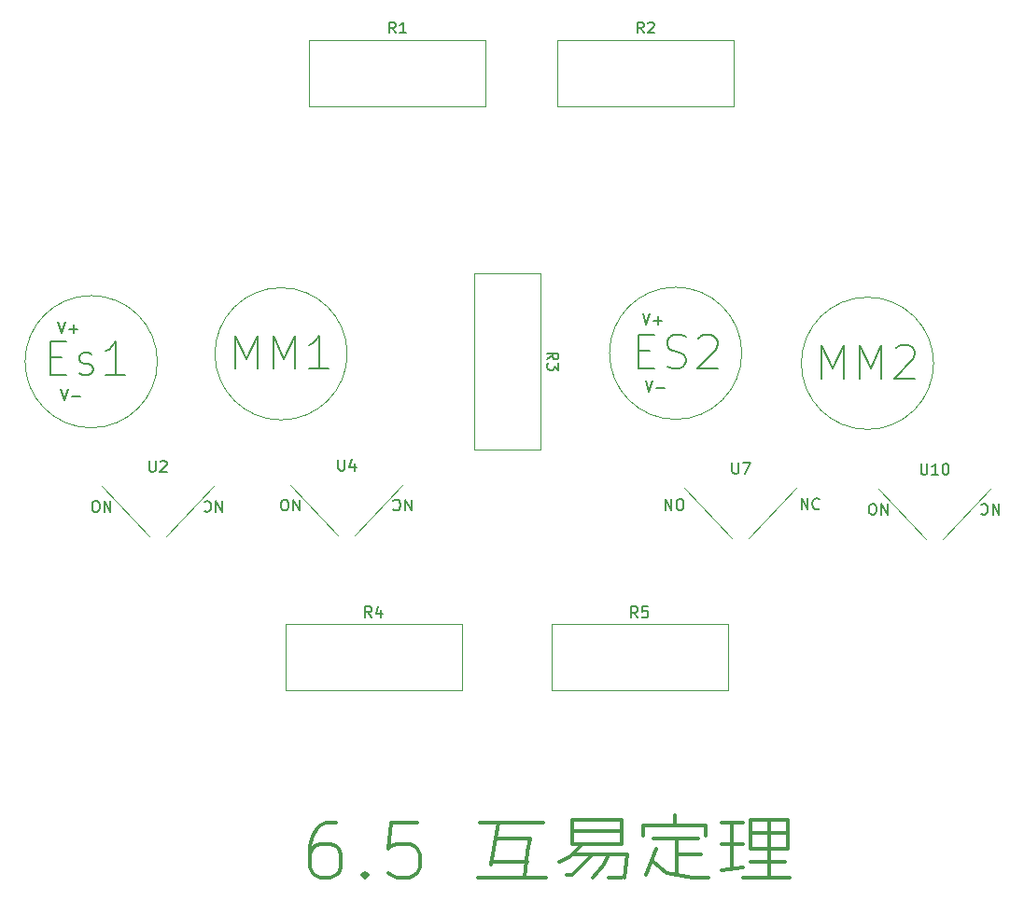
<source format=gbr>
%TF.GenerationSoftware,KiCad,Pcbnew,(6.0.7)*%
%TF.CreationDate,2022-09-05T15:07:55+08:00*%
%TF.ProjectId,6_5,365f352e-6b69-4636-9164-5f7063625858,rev?*%
%TF.SameCoordinates,Original*%
%TF.FileFunction,Legend,Top*%
%TF.FilePolarity,Positive*%
%FSLAX46Y46*%
G04 Gerber Fmt 4.6, Leading zero omitted, Abs format (unit mm)*
G04 Created by KiCad (PCBNEW (6.0.7)) date 2022-09-05 15:07:55*
%MOMM*%
%LPD*%
G01*
G04 APERTURE LIST*
%ADD10C,0.300000*%
%ADD11C,0.150000*%
%ADD12C,0.120000*%
G04 APERTURE END LIST*
D10*
X51732685Y-98963504D02*
X50780304Y-98963504D01*
X50304114Y-99201600D01*
X50066019Y-99439695D01*
X49589828Y-100153980D01*
X49351733Y-101106361D01*
X49351733Y-103011123D01*
X49589828Y-103487314D01*
X49827923Y-103725409D01*
X50304114Y-103963504D01*
X51256495Y-103963504D01*
X51732685Y-103725409D01*
X51970780Y-103487314D01*
X52208876Y-103011123D01*
X52208876Y-101820647D01*
X51970780Y-101344457D01*
X51732685Y-101106361D01*
X51256495Y-100868266D01*
X50304114Y-100868266D01*
X49827923Y-101106361D01*
X49589828Y-101344457D01*
X49351733Y-101820647D01*
X54351733Y-103487314D02*
X54589828Y-103725409D01*
X54351733Y-103963504D01*
X54113638Y-103725409D01*
X54351733Y-103487314D01*
X54351733Y-103963504D01*
X59113638Y-98963504D02*
X56732685Y-98963504D01*
X56494590Y-101344457D01*
X56732685Y-101106361D01*
X57208876Y-100868266D01*
X58399352Y-100868266D01*
X58875542Y-101106361D01*
X59113638Y-101344457D01*
X59351733Y-101820647D01*
X59351733Y-103011123D01*
X59113638Y-103487314D01*
X58875542Y-103725409D01*
X58399352Y-103963504D01*
X57208876Y-103963504D01*
X56732685Y-103725409D01*
X56494590Y-103487314D01*
X64827923Y-98963504D02*
X70542209Y-98963504D01*
X65780304Y-102534933D02*
X69113638Y-102534933D01*
X64589828Y-103963504D02*
X70780304Y-103963504D01*
X66494590Y-98963504D02*
X65780304Y-102773028D01*
X66256495Y-100392076D02*
X69351733Y-100392076D01*
X69113638Y-101582552D01*
X68875542Y-103963504D01*
X73161257Y-99677790D02*
X77685066Y-99677790D01*
X73161257Y-100868266D02*
X77685066Y-100868266D01*
X76494590Y-103963504D02*
X77685066Y-103963504D01*
X73161257Y-98725409D02*
X73161257Y-100868266D01*
X73161257Y-98725409D02*
X77685066Y-98725409D01*
X77685066Y-100868266D01*
X75066019Y-101820647D02*
X73161257Y-103725409D01*
X72685066Y-103725409D01*
X73161257Y-101820647D02*
X78161257Y-101820647D01*
X77923161Y-103963504D01*
X74113638Y-100868266D02*
X72923161Y-102058742D01*
X71970780Y-102534933D01*
X76494590Y-101820647D02*
X76018400Y-102773028D01*
X75066019Y-103963504D01*
X80542209Y-100392076D02*
X84589828Y-100392076D01*
X82923161Y-101820647D02*
X84827923Y-101820647D01*
X79589828Y-99201600D02*
X79589828Y-100153980D01*
X82685066Y-100392076D02*
X82685066Y-103725409D01*
X79589828Y-99201600D02*
X85304114Y-99201600D01*
X85304114Y-100153980D01*
X82446971Y-98249219D02*
X82446971Y-99201600D01*
X80780304Y-101344457D02*
X79827923Y-103725409D01*
X80542209Y-102534933D02*
X81732685Y-103487314D01*
X84113638Y-103963504D01*
X85542209Y-103963504D01*
X86732685Y-98963504D02*
X88637447Y-98963504D01*
X89351733Y-99915885D02*
X92685066Y-99915885D01*
X86732685Y-100868266D02*
X88637447Y-100868266D01*
X89351733Y-101344457D02*
X92685066Y-101344457D01*
X89351733Y-102534933D02*
X92446971Y-102534933D01*
X88637447Y-103963504D02*
X92923161Y-103963504D01*
X87685066Y-98963504D02*
X87685066Y-103011123D01*
X89351733Y-98725409D02*
X89351733Y-101344457D01*
X91018400Y-98725409D02*
X91018400Y-103963504D01*
X89351733Y-98725409D02*
X92685066Y-98725409D01*
X92685066Y-101344457D01*
X88637447Y-103011123D02*
X86732685Y-103249219D01*
D11*
%TO.C,ES2*%
X79202400Y-56125714D02*
X80202400Y-56125714D01*
X80630971Y-57697142D02*
X79202400Y-57697142D01*
X79202400Y-54697142D01*
X80630971Y-54697142D01*
X81773828Y-57554285D02*
X82202400Y-57697142D01*
X82916685Y-57697142D01*
X83202400Y-57554285D01*
X83345257Y-57411428D01*
X83488114Y-57125714D01*
X83488114Y-56840000D01*
X83345257Y-56554285D01*
X83202400Y-56411428D01*
X82916685Y-56268571D01*
X82345257Y-56125714D01*
X82059542Y-55982857D01*
X81916685Y-55840000D01*
X81773828Y-55554285D01*
X81773828Y-55268571D01*
X81916685Y-54982857D01*
X82059542Y-54840000D01*
X82345257Y-54697142D01*
X83059542Y-54697142D01*
X83488114Y-54840000D01*
X84630971Y-54982857D02*
X84773828Y-54840000D01*
X85059542Y-54697142D01*
X85773828Y-54697142D01*
X86059542Y-54840000D01*
X86202400Y-54982857D01*
X86345257Y-55268571D01*
X86345257Y-55554285D01*
X86202400Y-55982857D01*
X84488114Y-57697142D01*
X86345257Y-57697142D01*
X79565619Y-52744380D02*
X79898952Y-53744380D01*
X80232285Y-52744380D01*
X80565619Y-53363428D02*
X81327523Y-53363428D01*
X80946571Y-53744380D02*
X80946571Y-52982476D01*
X79819619Y-58840380D02*
X80152952Y-59840380D01*
X80486285Y-58840380D01*
X80819619Y-59459428D02*
X81581523Y-59459428D01*
%TO.C,U7*%
X87680895Y-66259980D02*
X87680895Y-67069504D01*
X87728514Y-67164742D01*
X87776133Y-67212361D01*
X87871371Y-67259980D01*
X88061847Y-67259980D01*
X88157085Y-67212361D01*
X88204704Y-67164742D01*
X88252323Y-67069504D01*
X88252323Y-66259980D01*
X88633276Y-66259980D02*
X89299942Y-66259980D01*
X88871371Y-67259980D01*
X81613476Y-70584580D02*
X81613476Y-69584580D01*
X82184904Y-70584580D01*
X82184904Y-69584580D01*
X82851571Y-69584580D02*
X83042047Y-69584580D01*
X83137285Y-69632200D01*
X83232523Y-69727438D01*
X83280142Y-69917914D01*
X83280142Y-70251247D01*
X83232523Y-70441723D01*
X83137285Y-70536961D01*
X83042047Y-70584580D01*
X82851571Y-70584580D01*
X82756333Y-70536961D01*
X82661095Y-70441723D01*
X82613476Y-70251247D01*
X82613476Y-69917914D01*
X82661095Y-69727438D01*
X82756333Y-69632200D01*
X82851571Y-69584580D01*
X93956285Y-70508380D02*
X93956285Y-69508380D01*
X94527714Y-70508380D01*
X94527714Y-69508380D01*
X95575333Y-70413142D02*
X95527714Y-70460761D01*
X95384857Y-70508380D01*
X95289619Y-70508380D01*
X95146761Y-70460761D01*
X95051523Y-70365523D01*
X95003904Y-70270285D01*
X94956285Y-70079809D01*
X94956285Y-69936952D01*
X95003904Y-69746476D01*
X95051523Y-69651238D01*
X95146761Y-69556000D01*
X95289619Y-69508380D01*
X95384857Y-69508380D01*
X95527714Y-69556000D01*
X95575333Y-69603619D01*
%TO.C,MM1*%
X42618542Y-57747942D02*
X42618542Y-54747942D01*
X43618542Y-56890800D01*
X44618542Y-54747942D01*
X44618542Y-57747942D01*
X46047114Y-57747942D02*
X46047114Y-54747942D01*
X47047114Y-56890800D01*
X48047114Y-54747942D01*
X48047114Y-57747942D01*
X51047114Y-57747942D02*
X49332828Y-57747942D01*
X50189971Y-57747942D02*
X50189971Y-54747942D01*
X49904257Y-55176514D01*
X49618542Y-55462228D01*
X49332828Y-55605085D01*
%TO.C,R1*%
X57161133Y-27274780D02*
X56827800Y-26798590D01*
X56589704Y-27274780D02*
X56589704Y-26274780D01*
X56970657Y-26274780D01*
X57065895Y-26322400D01*
X57113514Y-26370019D01*
X57161133Y-26465257D01*
X57161133Y-26608114D01*
X57113514Y-26703352D01*
X57065895Y-26750971D01*
X56970657Y-26798590D01*
X56589704Y-26798590D01*
X58113514Y-27274780D02*
X57542085Y-27274780D01*
X57827800Y-27274780D02*
X57827800Y-26274780D01*
X57732561Y-26417638D01*
X57637323Y-26512876D01*
X57542085Y-26560495D01*
%TO.C,R4*%
X54971133Y-80332580D02*
X54637800Y-79856390D01*
X54399704Y-80332580D02*
X54399704Y-79332580D01*
X54780657Y-79332580D01*
X54875895Y-79380200D01*
X54923514Y-79427819D01*
X54971133Y-79523057D01*
X54971133Y-79665914D01*
X54923514Y-79761152D01*
X54875895Y-79808771D01*
X54780657Y-79856390D01*
X54399704Y-79856390D01*
X55828276Y-79665914D02*
X55828276Y-80332580D01*
X55590180Y-79284961D02*
X55352085Y-79999247D01*
X55971133Y-79999247D01*
%TO.C,U10*%
X104792704Y-66361580D02*
X104792704Y-67171104D01*
X104840323Y-67266342D01*
X104887942Y-67313961D01*
X104983180Y-67361580D01*
X105173657Y-67361580D01*
X105268895Y-67313961D01*
X105316514Y-67266342D01*
X105364133Y-67171104D01*
X105364133Y-66361580D01*
X106364133Y-67361580D02*
X105792704Y-67361580D01*
X106078419Y-67361580D02*
X106078419Y-66361580D01*
X105983180Y-66504438D01*
X105887942Y-66599676D01*
X105792704Y-66647295D01*
X106983180Y-66361580D02*
X107078419Y-66361580D01*
X107173657Y-66409200D01*
X107221276Y-66456819D01*
X107268895Y-66552057D01*
X107316514Y-66742533D01*
X107316514Y-66980628D01*
X107268895Y-67171104D01*
X107221276Y-67266342D01*
X107173657Y-67313961D01*
X107078419Y-67361580D01*
X106983180Y-67361580D01*
X106887942Y-67313961D01*
X106840323Y-67266342D01*
X106792704Y-67171104D01*
X106745085Y-66980628D01*
X106745085Y-66742533D01*
X106792704Y-66552057D01*
X106840323Y-66456819D01*
X106887942Y-66409200D01*
X106983180Y-66361580D01*
X101749123Y-70007219D02*
X101749123Y-71007219D01*
X101177695Y-70007219D01*
X101177695Y-71007219D01*
X100511028Y-71007219D02*
X100320552Y-71007219D01*
X100225314Y-70959600D01*
X100130076Y-70864361D01*
X100082457Y-70673885D01*
X100082457Y-70340552D01*
X100130076Y-70150076D01*
X100225314Y-70054838D01*
X100320552Y-70007219D01*
X100511028Y-70007219D01*
X100606266Y-70054838D01*
X100701504Y-70150076D01*
X100749123Y-70340552D01*
X100749123Y-70673885D01*
X100701504Y-70864361D01*
X100606266Y-70959600D01*
X100511028Y-71007219D01*
X111885314Y-70007219D02*
X111885314Y-71007219D01*
X111313885Y-70007219D01*
X111313885Y-71007219D01*
X110266266Y-70102457D02*
X110313885Y-70054838D01*
X110456742Y-70007219D01*
X110551980Y-70007219D01*
X110694838Y-70054838D01*
X110790076Y-70150076D01*
X110837695Y-70245314D01*
X110885314Y-70435790D01*
X110885314Y-70578647D01*
X110837695Y-70769123D01*
X110790076Y-70864361D01*
X110694838Y-70959600D01*
X110551980Y-71007219D01*
X110456742Y-71007219D01*
X110313885Y-70959600D01*
X110266266Y-70911980D01*
%TO.C,Es1*%
X25873485Y-56707114D02*
X26873485Y-56707114D01*
X27302057Y-58278542D02*
X25873485Y-58278542D01*
X25873485Y-55278542D01*
X27302057Y-55278542D01*
X28444914Y-58135685D02*
X28730628Y-58278542D01*
X29302057Y-58278542D01*
X29587771Y-58135685D01*
X29730628Y-57849971D01*
X29730628Y-57707114D01*
X29587771Y-57421400D01*
X29302057Y-57278542D01*
X28873485Y-57278542D01*
X28587771Y-57135685D01*
X28444914Y-56849971D01*
X28444914Y-56707114D01*
X28587771Y-56421400D01*
X28873485Y-56278542D01*
X29302057Y-56278542D01*
X29587771Y-56421400D01*
X32587771Y-58278542D02*
X30873485Y-58278542D01*
X31730628Y-58278542D02*
X31730628Y-55278542D01*
X31444914Y-55707114D01*
X31159200Y-55992828D01*
X30873485Y-56135685D01*
X26555819Y-53509180D02*
X26889152Y-54509180D01*
X27222485Y-53509180D01*
X27555819Y-54128228D02*
X28317723Y-54128228D01*
X27936771Y-54509180D02*
X27936771Y-53747276D01*
X26809819Y-59605180D02*
X27143152Y-60605180D01*
X27476485Y-59605180D01*
X27809819Y-60224228D02*
X28571723Y-60224228D01*
%TO.C,U2*%
X34809295Y-66113180D02*
X34809295Y-66922704D01*
X34856914Y-67017942D01*
X34904533Y-67065561D01*
X34999771Y-67113180D01*
X35190247Y-67113180D01*
X35285485Y-67065561D01*
X35333104Y-67017942D01*
X35380723Y-66922704D01*
X35380723Y-66113180D01*
X35809295Y-66208419D02*
X35856914Y-66160800D01*
X35952152Y-66113180D01*
X36190247Y-66113180D01*
X36285485Y-66160800D01*
X36333104Y-66208419D01*
X36380723Y-66303657D01*
X36380723Y-66398895D01*
X36333104Y-66541752D01*
X35761676Y-67113180D01*
X36380723Y-67113180D01*
X31289523Y-69747619D02*
X31289523Y-70747619D01*
X30718095Y-69747619D01*
X30718095Y-70747619D01*
X30051428Y-70747619D02*
X29860952Y-70747619D01*
X29765714Y-70700000D01*
X29670476Y-70604761D01*
X29622857Y-70414285D01*
X29622857Y-70080952D01*
X29670476Y-69890476D01*
X29765714Y-69795238D01*
X29860952Y-69747619D01*
X30051428Y-69747619D01*
X30146666Y-69795238D01*
X30241904Y-69890476D01*
X30289523Y-70080952D01*
X30289523Y-70414285D01*
X30241904Y-70604761D01*
X30146666Y-70700000D01*
X30051428Y-70747619D01*
X41425714Y-69747619D02*
X41425714Y-70747619D01*
X40854285Y-69747619D01*
X40854285Y-70747619D01*
X39806666Y-69842857D02*
X39854285Y-69795238D01*
X39997142Y-69747619D01*
X40092380Y-69747619D01*
X40235238Y-69795238D01*
X40330476Y-69890476D01*
X40378095Y-69985714D01*
X40425714Y-70176190D01*
X40425714Y-70319047D01*
X40378095Y-70509523D01*
X40330476Y-70604761D01*
X40235238Y-70700000D01*
X40092380Y-70747619D01*
X39997142Y-70747619D01*
X39854285Y-70700000D01*
X39806666Y-70652380D01*
%TO.C,MM2*%
X95806142Y-58608742D02*
X95806142Y-55608742D01*
X96806142Y-57751600D01*
X97806142Y-55608742D01*
X97806142Y-58608742D01*
X99234714Y-58608742D02*
X99234714Y-55608742D01*
X100234714Y-57751600D01*
X101234714Y-55608742D01*
X101234714Y-58608742D01*
X102520428Y-55894457D02*
X102663285Y-55751600D01*
X102949000Y-55608742D01*
X103663285Y-55608742D01*
X103949000Y-55751600D01*
X104091857Y-55894457D01*
X104234714Y-56180171D01*
X104234714Y-56465885D01*
X104091857Y-56894457D01*
X102377571Y-58608742D01*
X104234714Y-58608742D01*
%TO.C,R3*%
X70921619Y-56907133D02*
X71397809Y-56573800D01*
X70921619Y-56335704D02*
X71921619Y-56335704D01*
X71921619Y-56716657D01*
X71874000Y-56811895D01*
X71826380Y-56859514D01*
X71731142Y-56907133D01*
X71588285Y-56907133D01*
X71493047Y-56859514D01*
X71445428Y-56811895D01*
X71397809Y-56716657D01*
X71397809Y-56335704D01*
X71921619Y-57240466D02*
X71921619Y-57859514D01*
X71540666Y-57526180D01*
X71540666Y-57669038D01*
X71493047Y-57764276D01*
X71445428Y-57811895D01*
X71350190Y-57859514D01*
X71112095Y-57859514D01*
X71016857Y-57811895D01*
X70969238Y-57764276D01*
X70921619Y-57669038D01*
X70921619Y-57383323D01*
X70969238Y-57288085D01*
X71016857Y-57240466D01*
%TO.C,R2*%
X79665533Y-27274780D02*
X79332200Y-26798590D01*
X79094104Y-27274780D02*
X79094104Y-26274780D01*
X79475057Y-26274780D01*
X79570295Y-26322400D01*
X79617914Y-26370019D01*
X79665533Y-26465257D01*
X79665533Y-26608114D01*
X79617914Y-26703352D01*
X79570295Y-26750971D01*
X79475057Y-26798590D01*
X79094104Y-26798590D01*
X80046485Y-26370019D02*
X80094104Y-26322400D01*
X80189342Y-26274780D01*
X80427438Y-26274780D01*
X80522676Y-26322400D01*
X80570295Y-26370019D01*
X80617914Y-26465257D01*
X80617914Y-26560495D01*
X80570295Y-26703352D01*
X79998866Y-27274780D01*
X80617914Y-27274780D01*
%TO.C,U4*%
X51954295Y-65991780D02*
X51954295Y-66801304D01*
X52001914Y-66896542D01*
X52049533Y-66944161D01*
X52144771Y-66991780D01*
X52335247Y-66991780D01*
X52430485Y-66944161D01*
X52478104Y-66896542D01*
X52525723Y-66801304D01*
X52525723Y-65991780D01*
X53430485Y-66325114D02*
X53430485Y-66991780D01*
X53192390Y-65944161D02*
X52954295Y-66658447D01*
X53573342Y-66658447D01*
X58570714Y-69626219D02*
X58570714Y-70626219D01*
X57999285Y-69626219D01*
X57999285Y-70626219D01*
X56951666Y-69721457D02*
X56999285Y-69673838D01*
X57142142Y-69626219D01*
X57237380Y-69626219D01*
X57380238Y-69673838D01*
X57475476Y-69769076D01*
X57523095Y-69864314D01*
X57570714Y-70054790D01*
X57570714Y-70197647D01*
X57523095Y-70388123D01*
X57475476Y-70483361D01*
X57380238Y-70578600D01*
X57237380Y-70626219D01*
X57142142Y-70626219D01*
X56999285Y-70578600D01*
X56951666Y-70530980D01*
X48434523Y-69626219D02*
X48434523Y-70626219D01*
X47863095Y-69626219D01*
X47863095Y-70626219D01*
X47196428Y-70626219D02*
X47005952Y-70626219D01*
X46910714Y-70578600D01*
X46815476Y-70483361D01*
X46767857Y-70292885D01*
X46767857Y-69959552D01*
X46815476Y-69769076D01*
X46910714Y-69673838D01*
X47005952Y-69626219D01*
X47196428Y-69626219D01*
X47291666Y-69673838D01*
X47386904Y-69769076D01*
X47434523Y-69959552D01*
X47434523Y-70292885D01*
X47386904Y-70483361D01*
X47291666Y-70578600D01*
X47196428Y-70626219D01*
%TO.C,R5*%
X79106733Y-80335380D02*
X78773400Y-79859190D01*
X78535304Y-80335380D02*
X78535304Y-79335380D01*
X78916257Y-79335380D01*
X79011495Y-79383000D01*
X79059114Y-79430619D01*
X79106733Y-79525857D01*
X79106733Y-79668714D01*
X79059114Y-79763952D01*
X79011495Y-79811571D01*
X78916257Y-79859190D01*
X78535304Y-79859190D01*
X80011495Y-79335380D02*
X79535304Y-79335380D01*
X79487685Y-79811571D01*
X79535304Y-79763952D01*
X79630542Y-79716333D01*
X79868638Y-79716333D01*
X79963876Y-79763952D01*
X80011495Y-79811571D01*
X80059114Y-79906809D01*
X80059114Y-80144904D01*
X80011495Y-80240142D01*
X79963876Y-80287761D01*
X79868638Y-80335380D01*
X79630542Y-80335380D01*
X79535304Y-80287761D01*
X79487685Y-80240142D01*
D12*
%TO.C,ES2*%
X88550000Y-56340000D02*
G75*
G03*
X88550000Y-56340000I-6000000J0D01*
G01*
%TO.C,U7*%
X89204800Y-73152000D02*
X93522800Y-68580000D01*
X87680800Y-73152000D02*
X83362800Y-68580000D01*
%TO.C,MM1*%
X52761400Y-56390800D02*
G75*
G03*
X52761400Y-56390800I-6000000J0D01*
G01*
%TO.C,R1*%
X49327800Y-27886400D02*
X65327800Y-27886400D01*
X65327800Y-27886400D02*
X65327800Y-33886400D01*
X65327800Y-33886400D02*
X49327800Y-33886400D01*
X49327800Y-33886400D02*
X49327800Y-27886400D01*
%TO.C,R4*%
X47137800Y-80944200D02*
X63137800Y-80944200D01*
X63137800Y-80944200D02*
X63137800Y-86944200D01*
X63137800Y-86944200D02*
X47137800Y-86944200D01*
X47137800Y-86944200D02*
X47137800Y-80944200D01*
%TO.C,U10*%
X105257600Y-73253600D02*
X100939600Y-68681600D01*
X106781600Y-73253600D02*
X111099600Y-68681600D01*
%TO.C,Es1*%
X35540200Y-57104800D02*
G75*
G03*
X35540200Y-57104800I-6000000J0D01*
G01*
%TO.C,U2*%
X34798000Y-72994000D02*
X30480000Y-68422000D01*
X36322000Y-72994000D02*
X40640000Y-68422000D01*
%TO.C,MM2*%
X105949000Y-57251600D02*
G75*
G03*
X105949000Y-57251600I-6000000J0D01*
G01*
%TO.C,R3*%
X70310000Y-49073800D02*
X64310000Y-49073800D01*
X64310000Y-49073800D02*
X64310000Y-65073800D01*
X64310000Y-65073800D02*
X70310000Y-65073800D01*
X70310000Y-65073800D02*
X70310000Y-49073800D01*
%TO.C,R2*%
X71832200Y-27886400D02*
X87832200Y-27886400D01*
X87832200Y-27886400D02*
X87832200Y-33886400D01*
X87832200Y-33886400D02*
X71832200Y-33886400D01*
X71832200Y-33886400D02*
X71832200Y-27886400D01*
%TO.C,U4*%
X53467000Y-72872600D02*
X57785000Y-68300600D01*
X51943000Y-72872600D02*
X47625000Y-68300600D01*
%TO.C,R5*%
X71273400Y-80947000D02*
X87273400Y-80947000D01*
X87273400Y-80947000D02*
X87273400Y-86947000D01*
X87273400Y-86947000D02*
X71273400Y-86947000D01*
X71273400Y-86947000D02*
X71273400Y-80947000D01*
%TD*%
M02*

</source>
